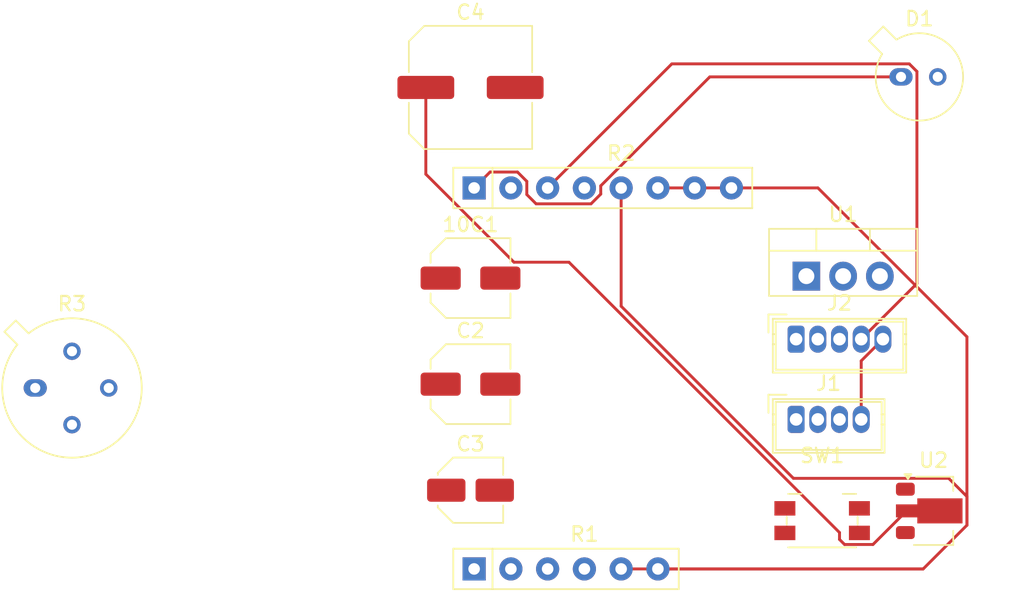
<source format=kicad_pcb>
(kicad_pcb (version 20240108) (generator "pcbnew") (generator_version "8.0")
  (layers (0 "F.Cu" signal) (31 "B.Cu" signal) (34 "B.Paste" user) (35 "F.Paste" user) (36 "B.SilkS" user "B.Silkscreen") (37 "F.SilkS" user "F.Silkscreen") (38 "B.Mask" user) (39 "F.Mask" user) (44 "Edge.Cuts" user))
  (net 0 "")
  (net 1 "GND")
  (net 2 "Net-(SW1-B)")
  (net 3 "Net-(U1-VO)")
  (net 4 "Net-(U2-VO)")
  (net 6 "Net-(SW1-A)")
  (net 9 "Net-(U2-ADJ)")
  (net 13 "Net-(D1-A)")
  (net 14 "Net-(D1-K)")
  (footprint "Capacitor_SMD:C_Elec_5x5.8" (layer "F.Cu") (at 142.5 95.235)
    (property "Reference" "C2" (at 0 -3.7 0) (layer "F.SilkS"))
    (property "Value" "C")
    (fp_line (start -2.76 -1.695563) (end -2.76 -1.06) (stroke (width 0.12)) (layer "F.SilkS"))
    (fp_line (start -2.76 -1.695563) (end -1.695563 -2.76) (stroke (width 0.12)) (layer "F.SilkS"))
    (fp_line (start -2.76 1.695563) (end -2.76 1.06) (stroke (width 0.12)) (layer "F.SilkS"))
    (fp_line (start -2.76 1.695563) (end -1.695563 2.76) (stroke (width 0.12)) (layer "F.SilkS"))
    (fp_line (start -1.695563 -2.76) (end 2.76 -2.76) (stroke (width 0.12)) (layer "F.SilkS"))
    (fp_line (start -1.695563 2.76) (end 2.76 2.76) (stroke (width 0.12)) (layer "F.SilkS"))
    (fp_line (start 2.76 -2.76) (end 2.76 -1.06) (stroke (width 0.12)) (layer "F.SilkS"))
    (fp_line (start 2.76 2.76) (end 2.76 1.06) (stroke (width 0.12)) (layer "F.SilkS"))
    (pad "1" smd roundrect (at -2.0625 0) (size 2.775 1.6) (layers "F.Cu" "F.Paste" "F.Mask") (roundrect_rratio 0.15625) (net 3 "Net-(U1-VO)"))
    (pad "2" smd roundrect (at 2.0625 0) (size 2.775 1.6) (layers "F.Cu" "F.Paste" "F.Mask") (roundrect_rratio 0.15625) (net 1 "GND"))
  )
  (footprint "Capacitor_SMD:C_Elec_4x5.8" (layer "F.Cu") (at 142.5 102.57)
    (property "Reference" "C3" (at 0 -3.2 0) (layer "F.SilkS"))
    (property "Value" "C")
    (fp_line (start -2.26 -1.195563) (end -2.26 -1.06) (stroke (width 0.12)) (layer "F.SilkS"))
    (fp_line (start -2.26 -1.195563) (end -1.195563 -2.26) (stroke (width 0.12)) (layer "F.SilkS"))
    (fp_line (start -2.26 1.195563) (end -2.26 1.06) (stroke (width 0.12)) (layer "F.SilkS"))
    (fp_line (start -2.26 1.195563) (end -1.195563 2.26) (stroke (width 0.12)) (layer "F.SilkS"))
    (fp_line (start -1.195563 -2.26) (end 2.26 -2.26) (stroke (width 0.12)) (layer "F.SilkS"))
    (fp_line (start -1.195563 2.26) (end 2.26 2.26) (stroke (width 0.12)) (layer "F.SilkS"))
    (fp_line (start 2.26 -2.26) (end 2.26 -1.06) (stroke (width 0.12)) (layer "F.SilkS"))
    (fp_line (start 2.26 2.26) (end 2.26 1.06) (stroke (width 0.12)) (layer "F.SilkS"))
    (pad "1" smd roundrect (at -1.675 0) (size 2.65 1.6) (layers "F.Cu" "F.Paste" "F.Mask") (roundrect_rratio 0.15625) (net 2 "Net-(SW1-B)"))
    (pad "2" smd roundrect (at 1.675 0) (size 2.65 1.6) (layers "F.Cu" "F.Paste" "F.Mask") (roundrect_rratio 0.15625) (net 1 "GND"))
  )
  (footprint "Capacitor_SMD:C_Elec_5x5.4" (layer "F.Cu") (at 142.5 87.9)
    (property "Reference" "10C1" (at 0 -3.7 0) (layer "F.SilkS"))
    (property "Value" "C")
    (fp_line (start -2.76 -1.695563) (end -2.76 -1.06) (stroke (width 0.12)) (layer "F.SilkS"))
    (fp_line (start -2.76 -1.695563) (end -1.695563 -2.76) (stroke (width 0.12)) (layer "F.SilkS"))
    (fp_line (start -2.76 1.695563) (end -2.76 1.06) (stroke (width 0.12)) (layer "F.SilkS"))
    (fp_line (start -2.76 1.695563) (end -1.695563 2.76) (stroke (width 0.12)) (layer "F.SilkS"))
    (fp_line (start -1.695563 -2.76) (end 2.76 -2.76) (stroke (width 0.12)) (layer "F.SilkS"))
    (fp_line (start -1.695563 2.76) (end 2.76 2.76) (stroke (width 0.12)) (layer "F.SilkS"))
    (fp_line (start 2.76 -2.76) (end 2.76 -1.06) (stroke (width 0.12)) (layer "F.SilkS"))
    (fp_line (start 2.76 2.76) (end 2.76 1.06) (stroke (width 0.12)) (layer "F.SilkS"))
    (pad "1" smd roundrect (at -2.0625 0) (size 2.775 1.6) (layers "F.Cu" "F.Paste" "F.Mask") (roundrect_rratio 0.15625) (net 2 "Net-(SW1-B)"))
    (pad "2" smd roundrect (at 2.0625 0) (size 2.775 1.6) (layers "F.Cu" "F.Paste" "F.Mask") (roundrect_rratio 0.15625) (net 1 "GND"))
  )
  (footprint "Capacitor_SMD:C_Elec_8x6.2" (layer "F.Cu") (at 142.5 74.715)
    (property "Reference" "C4" (at 0 -5.2 0) (layer "F.SilkS"))
    (property "Value" "C")
    (fp_line (start -4.26 -3.195563) (end -4.26 -1.06) (stroke (width 0.12)) (layer "F.SilkS"))
    (fp_line (start -4.26 -3.195563) (end -3.195563 -4.26) (stroke (width 0.12)) (layer "F.SilkS"))
    (fp_line (start -4.26 3.195563) (end -4.26 1.06) (stroke (width 0.12)) (layer "F.SilkS"))
    (fp_line (start -4.26 3.195563) (end -3.195563 4.26) (stroke (width 0.12)) (layer "F.SilkS"))
    (fp_line (start -3.195563 -4.26) (end 4.26 -4.26) (stroke (width 0.12)) (layer "F.SilkS"))
    (fp_line (start -3.195563 4.26) (end 4.26 4.26) (stroke (width 0.12)) (layer "F.SilkS"))
    (fp_line (start 4.26 -4.26) (end 4.26 -1.06) (stroke (width 0.12)) (layer "F.SilkS"))
    (fp_line (start 4.26 4.26) (end 4.26 1.06) (stroke (width 0.12)) (layer "F.SilkS"))
    (pad "1" smd roundrect (at -3.0875 0) (size 3.925 1.6) (layers "F.Cu" "F.Paste" "F.Mask") (roundrect_rratio 0.15625) (net 4 "Net-(U2-VO)"))
    (pad "2" smd roundrect (at 3.0875 0) (size 3.925 1.6) (layers "F.Cu" "F.Paste" "F.Mask") (roundrect_rratio 0.15625) (net 1 "GND"))
  )
  (footprint "Resistor_THT:R_Array_SIP6" (layer "F.Cu") (at 142.75 108.015)
    (property "Reference" "R1" (at 7.62 -2.4 0) (layer "F.SilkS"))
    (property "Value" "R")
    (fp_line (start -1.44 -1.4) (end -1.44 1.4) (stroke (width 0.12)) (layer "F.SilkS"))
    (fp_line (start -1.44 1.4) (end 14.14 1.4) (stroke (width 0.12)) (layer "F.SilkS"))
    (fp_line (start 1.27 -1.4) (end 1.27 1.4) (stroke (width 0.12)) (layer "F.SilkS"))
    (fp_line (start 14.14 -1.4) (end -1.44 -1.4) (stroke (width 0.12)) (layer "F.SilkS"))
    (fp_line (start 14.14 1.4) (end 14.14 -1.4) (stroke (width 0.12)) (layer "F.SilkS"))
    (pad "1" thru_hole rect (at 0 0) (size 1.6 1.6) (drill 0.8) (layers "*.Cu" "*.Mask") (net 9 "Net-(U2-ADJ)"))
    (pad "2" thru_hole oval (at 2.54 0) (size 1.6 1.6) (drill 0.8) (layers "*.Cu" "*.Mask") (net 1 "GND"))
    (pad "3" thru_hole oval (at 5.08 0) (size 1.6 1.6) (drill 0.8) (layers "*.Cu" "*.Mask"))
    (pad "4" thru_hole oval (at 7.62 0) (size 1.6 1.6) (drill 0.8) (layers "*.Cu" "*.Mask"))
    (pad "5" thru_hole oval (at 10.16 0) (size 1.6 1.6) (drill 0.8) (layers "*.Cu" "*.Mask"))
    (pad "6" thru_hole oval (at 12.7 0) (size 1.6 1.6) (drill 0.8) (layers "*.Cu" "*.Mask"))
  )
  (footprint "Package_TO_SOT_THT:TO-18-2_Window" (layer "F.Cu") (at 172.249448 73.984448)
    (property "Reference" "D1" (at 1.27 -4.02 0) (layer "F.SilkS"))
    (property "Value" "SFH480")
    (fp_line (start -2.214448 -2.494499) (end -1.302281 -1.582331) (stroke (width 0.12)) (layer "F.SilkS"))
    (fp_line (start -1.224499 -3.484448) (end -2.214448 -2.494499) (stroke (width 0.12)) (layer "F.SilkS"))
    (fp_line (start -0.312331 -2.572281) (end -1.224499 -3.484448) (stroke (width 0.12)) (layer "F.SilkS"))
    (fp_arc (start -0.312331 -2.572281) (mid 3.405374 2.135551) (end -1.30215 -1.582544) (stroke (width 0.12)) (layer "F.SilkS"))
    (pad "1" thru_hole oval (at 0 0) (size 1.6 1.2) (drill 0.7) (layers "*.Cu" "*.Mask") (net 14 "Net-(D1-K)"))
    (pad "2" thru_hole oval (at 2.54 0) (size 1.2 1.2) (drill 0.7) (layers "*.Cu" "*.Mask") (net 13 "Net-(D1-A)"))
  )
  (footprint "Connector_Wuerth:Wuerth_WR-WTB_64800511622_1x05_P1.50mm_Vertical" (layer "F.Cu") (at 165 92.125)
    (property "Reference" "J2" (at 3 -2.5 0) (layer "F.SilkS"))
    (property "Value" "Conn_01x03_Pin")
    (fp_line (start -1.91 -1.71) (end -1.91 -0.46) (stroke (width 0.12)) (layer "F.SilkS"))
    (fp_line (start -1.61 -1.41) (end -1.61 2.31) (stroke (width 0.12)) (layer "F.SilkS"))
    (fp_line (start -1.61 -0.35) (end -1.41 -0.35) (stroke (width 0.12)) (layer "F.SilkS"))
    (fp_line (start -1.61 2.31) (end 7.61 2.31) (stroke (width 0.12)) (layer "F.SilkS"))
    (fp_line (start -1.41 -1.21) (end 7.41 -1.21) (stroke (width 0.12)) (layer "F.SilkS"))
    (fp_line (start -1.41 -0.35) (end -1.41 -1.21) (stroke (width 0.12)) (layer "F.SilkS"))
    (fp_line (start -1.41 -0.35) (end -1.41 0.35) (stroke (width 0.12)) (layer "F.SilkS"))
    (fp_line (start -1.41 0.35) (end -1.61 0.35) (stroke (width 0.12)) (layer "F.SilkS"))
    (fp_line (start -1.41 0.35) (end -1.41 2.11) (stroke (width 0.12)) (layer "F.SilkS"))
    (fp_line (start -1.41 2.11) (end 7.41 2.11) (stroke (width 0.12)) (layer "F.SilkS"))
    (fp_line (start -0.66 -1.71) (end -1.91 -1.71) (stroke (width 0.12)) (layer "F.SilkS"))
    (fp_line (start 7.41 -1.21) (end 7.41 -0.35) (stroke (width 0.12)) (layer "F.SilkS"))
    (fp_line (start 7.41 -0.35) (end 7.41 0.35) (stroke (width 0.12)) (layer "F.SilkS"))
    (fp_line (start 7.41 -0.35) (end 7.61 -0.35) (stroke (width 0.12)) (layer "F.SilkS"))
    (fp_line (start 7.41 0.35) (end 7.61 0.35) (stroke (width 0.12)) (layer "F.SilkS"))
    (fp_line (start 7.41 2.11) (end 7.41 0.35) (stroke (width 0.12)) (layer "F.SilkS"))
    (fp_line (start 7.61 -1.41) (end -1.61 -1.41) (stroke (width 0.12)) (layer "F.SilkS"))
    (fp_line (start 7.61 2.31) (end 7.61 -1.41) (stroke (width 0.12)) (layer "F.SilkS"))
    (pad "1" thru_hole roundrect (at 0 0) (size 1.17 1.87) (drill 0.87) (layers "*.Cu" "*.Mask") (roundrect_rratio 0.213675))
    (pad "2" thru_hole oval (at 1.5 0) (size 1.17 1.87) (drill 0.87) (layers "*.Cu" "*.Mask"))
    (pad "3" thru_hole oval (at 3 0) (size 1.17 1.87) (drill 0.87) (layers "*.Cu" "*.Mask") (net 13 "Net-(D1-A)"))
    (pad "4" thru_hole oval (at 4.5 0) (size 1.17 1.87) (drill 0.87) (layers "*.Cu" "*.Mask"))
    (pad "5" thru_hole oval (at 6 0) (size 1.17 1.87) (drill 0.87) (layers "*.Cu" "*.Mask"))
  )
  (footprint "Connector_Wuerth:Wuerth_WR-WTB_64800411622_1x04_P1.50mm_Vertical" (layer "F.Cu") (at 165 97.675)
    (property "Reference" "J1" (at 2.25 -2.5 0) (layer "F.SilkS"))
    (property "Value" "Barrel_Jack_Switch")
    (fp_line (start -1.91 -1.71) (end -1.91 -0.46) (stroke (width 0.12)) (layer "F.SilkS"))
    (fp_line (start -1.61 -1.41) (end -1.61 2.31) (stroke (width 0.12)) (layer "F.SilkS"))
    (fp_line (start -1.61 -0.35) (end -1.41 -0.35) (stroke (width 0.12)) (layer "F.SilkS"))
    (fp_line (start -1.61 2.31) (end 6.11 2.31) (stroke (width 0.12)) (layer "F.SilkS"))
    (fp_line (start -1.41 -1.21) (end 5.91 -1.21) (stroke (width 0.12)) (layer "F.SilkS"))
    (fp_line (start -1.41 -0.35) (end -1.41 -1.21) (stroke (width 0.12)) (layer "F.SilkS"))
    (fp_line (start -1.41 -0.35) (end -1.41 0.35) (stroke (width 0.12)) (layer "F.SilkS"))
    (fp_line (start -1.41 0.35) (end -1.61 0.35) (stroke (width 0.12)) (layer "F.SilkS"))
    (fp_line (start -1.41 0.35) (end -1.41 2.11) (stroke (width 0.12)) (layer "F.SilkS"))
    (fp_line (start -1.41 2.11) (end 5.91 2.11) (stroke (width 0.12)) (layer "F.SilkS"))
    (fp_line (start -0.66 -1.71) (end -1.91 -1.71) (stroke (width 0.12)) (layer "F.SilkS"))
    (fp_line (start 5.91 -1.21) (end 5.91 -0.35) (stroke (width 0.12)) (layer "F.SilkS"))
    (fp_line (start 5.91 -0.35) (end 5.91 0.35) (stroke (width 0.12)) (layer "F.SilkS"))
    (fp_line (start 5.91 -0.35) (end 6.11 -0.35) (stroke (width 0.12)) (layer "F.SilkS"))
    (fp_line (start 5.91 0.35) (end 6.11 0.35) (stroke (width 0.12)) (layer "F.SilkS"))
    (fp_line (start 5.91 2.11) (end 5.91 0.35) (stroke (width 0.12)) (layer "F.SilkS"))
    (fp_line (start 6.11 -1.41) (end -1.61 -1.41) (stroke (width 0.12)) (layer "F.SilkS"))
    (fp_line (start 6.11 2.31) (end 6.11 -1.41) (stroke (width 0.12)) (layer "F.SilkS"))
    (pad "1" thru_hole roundrect (at 0 0) (size 1.17 1.87) (drill 0.87) (layers "*.Cu" "*.Mask") (roundrect_rratio 0.213675) (net 6 "Net-(SW1-A)"))
    (pad "2" thru_hole oval (at 1.5 0) (size 1.17 1.87) (drill 0.87) (layers "*.Cu" "*.Mask") (net 1 "GND"))
    (pad "3" thru_hole oval (at 3 0) (size 1.17 1.87) (drill 0.87) (layers "*.Cu" "*.Mask"))
    (pad "4" thru_hole oval (at 4.5 0) (size 1.17 1.87) (drill 0.87) (layers "*.Cu" "*.Mask"))
  )
  (footprint "Package_TO_SOT_SMD:SOT-89-3" (layer "F.Cu") (at 174.5 104)
    (property "Reference" "U2" (at 0 -3.5 0) (layer "F.SilkS"))
    (property "Value" "LM317L_SOT-89")
    (fp_line (start -1.22 -2.36) (end 1.36 -2.36) (stroke (width 0.12)) (layer "F.SilkS"))
    (fp_line (start 1.36 -1.38) (end 1.36 -2.36) (stroke (width 0.12)) (layer "F.SilkS"))
    (fp_line (start 1.36 1.38) (end 1.36 2.36) (stroke (width 0.12)) (layer "F.SilkS"))
    (fp_line (start 1.36 2.36) (end -1.36 2.36) (stroke (width 0.12)) (layer "F.SilkS"))
    (fp_poly (pts (xy -1.77 -2.21) (xy -2.01 -2.54) (xy -1.53 -2.54) (xy -1.77 -2.21)) (stroke (width 0.12)) (fill solid) (layer "F.SilkS"))
    (pad "1" smd roundrect (at -1.95 -1.5) (size 1.3 0.9) (layers "F.Cu" "F.Paste" "F.Mask") (net 9 "Net-(U2-ADJ)"))
    (pad "2" smd custom (at -1.8625 0) (size 1.475 0.9) (layers "F.Cu" "F.Paste" "F.Mask") (net 4 "Net-(U2-VO)") (options (clearance outline) (anchor rect)) (primitives (gr_poly (pts (xy 3.8625 0.8665) (xy 0.7375 0.8665) (xy 0.7375 -0.8665) (xy 3.8625 -0.8665)) (width 0) (fill yes))))
    (pad "3" smd roundrect (at -1.95 1.5) (size 1.3 0.9) (layers "F.Cu" "F.Paste" "F.Mask") (net 2 "Net-(SW1-B)"))
  )
  (footprint "Resistor_THT:R_Array_SIP8" (layer "F.Cu") (at 142.75 81.665)
    (property "Reference" "R2" (at 10.16 -2.4 0) (layer "F.SilkS"))
    (property "Value" "R")
    (fp_line (start -1.44 -1.4) (end -1.44 1.4) (stroke (width 0.12)) (layer "F.SilkS"))
    (fp_line (start -1.44 1.4) (end 19.22 1.4) (stroke (width 0.12)) (layer "F.SilkS"))
    (fp_line (start 1.27 -1.4) (end 1.27 1.4) (stroke (width 0.12)) (layer "F.SilkS"))
    (fp_line (start 19.22 -1.4) (end -1.44 -1.4) (stroke (width 0.12)) (layer "F.SilkS"))
    (fp_line (start 19.22 1.4) (end 19.22 -1.4) (stroke (width 0.12)) (layer "F.SilkS"))
    (pad "1" thru_hole rect (at 0 0) (size 1.6 1.6) (drill 0.8) (layers "*.Cu" "*.Mask") (net 14 "Net-(D1-K)"))
    (pad "2" thru_hole oval (at 2.54 0) (size 1.6 1.6) (drill 0.8) (layers "*.Cu" "*.Mask"))
    (pad "3" thru_hole oval (at 5.08 0) (size 1.6 1.6) (drill 0.8) (layers "*.Cu" "*.Mask"))
    (pad "4" thru_hole oval (at 7.62 0) (size 1.6 1.6) (drill 0.8) (layers "*.Cu" "*.Mask"))
    (pad "5" thru_hole oval (at 10.16 0) (size 1.6 1.6) (drill 0.8) (layers "*.Cu" "*.Mask"))
    (pad "6" thru_hole oval (at 12.7 0) (size 1.6 1.6) (drill 0.8) (layers "*.Cu" "*.Mask"))
    (pad "7" thru_hole oval (at 15.24 0) (size 1.6 1.6) (drill 0.8) (layers "*.Cu" "*.Mask"))
    (pad "8" thru_hole oval (at 17.78 0) (size 1.6 1.6) (drill 0.8) (layers "*.Cu" "*.Mask"))
  )
  (footprint "Button_Switch_SMD:Panasonic_EVQPUK_EVQPUB" (layer "F.Cu") (at 166.8 104.675)
    (property "Reference" "SW1" (at 0 -4.5 0) (layer "F.SilkS"))
    (property "Value" "SW_SPST")
    (fp_line (start -2.45 0.275) (end -2.45 -0.275) (stroke (width 0.12)) (layer "F.SilkS"))
    (fp_line (start -1.425 -1.85) (end -2.35 -1.85) (stroke (width 0.12)) (layer "F.SilkS"))
    (fp_line (start 2.35 -1.85) (end 1.425 -1.85) (stroke (width 0.12)) (layer "F.SilkS"))
    (fp_line (start 2.35 1.85) (end -2.35 1.85) (stroke (width 0.12)) (layer "F.SilkS"))
    (fp_line (start 2.45 0.275) (end 2.45 -0.275) (stroke (width 0.12)) (layer "F.SilkS"))
    (pad "1" smd rect (at -2.575 -0.85 180) (size 1.45 1) (layers "F.Cu" "F.Paste" "F.Mask") (net 6 "Net-(SW1-A)"))
    (pad "1" smd rect (at 2.575 -0.85 180) (size 1.45 1) (layers "F.Cu" "F.Paste" "F.Mask") (net 6 "Net-(SW1-A)"))
    (pad "2" smd rect (at -2.575 0.85 180) (size 1.45 1) (layers "F.Cu" "F.Paste" "F.Mask") (net 2 "Net-(SW1-B)"))
    (pad "2" smd rect (at 2.575 0.85 180) (size 1.45 1) (layers "F.Cu" "F.Paste" "F.Mask") (net 2 "Net-(SW1-B)"))
  )
  (footprint "Package_TO_SOT_THT:TO-12-4" (layer "F.Cu") (at 112.42 95.5)
    (property "Reference" "R3" (at 2.54 -5.82 0) (layer "F.SilkS"))
    (property "Value" "R")
    (fp_line (start -2.125856 -3.888039) (end -1.234902 -2.997084) (stroke (width 0.12)) (layer "F.SilkS"))
    (fp_line (start -1.348039 -4.665856) (end -2.125856 -3.888039) (stroke (width 0.12)) (layer "F.SilkS"))
    (fp_line (start -0.457084 -3.774902) (end -1.348039 -4.665856) (stroke (width 0.12)) (layer "F.SilkS"))
    (fp_arc (start -0.457084 -3.774902) (mid 5.948125 3.408384) (end -1.234674 -2.997371) (stroke (width 0.12)) (layer "F.SilkS"))
    (pad "1" thru_hole oval (at 0 0) (size 1.6 1.2) (drill 0.7) (layers "*.Cu" "*.Mask"))
    (pad "2" thru_hole oval (at 2.54 2.54) (size 1.2 1.2) (drill 0.7) (layers "*.Cu" "*.Mask"))
    (pad "3" thru_hole oval (at 5.08 0) (size 1.2 1.2) (drill 0.7) (layers "*.Cu" "*.Mask"))
    (pad "4" thru_hole oval (at 2.54 -2.54) (size 1.2 1.2) (drill 0.7) (layers "*.Cu" "*.Mask"))
  )
  (footprint "Package_TO_SOT_THT:TO-220-3_Vertical" (layer "F.Cu") (at 165.71 87.765)
    (property "Reference" "U1" (at 2.54 -4.27 0) (layer "F.SilkS"))
    (property "Value" "LM7805_TO220")
    (fp_line (start -2.58 -3.27) (end -2.58 1.371) (stroke (width 0.12)) (layer "F.SilkS"))
    (fp_line (start -2.58 -3.27) (end 7.66 -3.27) (stroke (width 0.12)) (layer "F.SilkS"))
    (fp_line (start -2.58 -1.76) (end 7.66 -1.76) (stroke (width 0.12)) (layer "F.SilkS"))
    (fp_line (start -2.58 1.371) (end 7.66 1.371) (stroke (width 0.12)) (layer "F.SilkS"))
    (fp_line (start 0.69 -3.27) (end 0.69 -1.76) (stroke (width 0.12)) (layer "F.SilkS"))
    (fp_line (start 4.391 -3.27) (end 4.391 -1.76) (stroke (width 0.12)) (layer "F.SilkS"))
    (fp_line (start 7.66 -3.27) (end 7.66 1.371) (stroke (width 0.12)) (layer "F.SilkS"))
    (pad "1" thru_hole rect (at 0 0) (size 1.905 2) (drill 1.1) (layers "*.Cu" "*.Mask") (net 2 "Net-(SW1-B)"))
    (pad "2" thru_hole oval (at 2.54 0) (size 1.905 2) (drill 1.1) (layers "*.Cu" "*.Mask") (net 1 "GND"))
    (pad "3" thru_hole oval (at 5.08 0) (size 1.905 2) (drill 1.1) (layers "*.Cu" "*.Mask") (net 3 "Net-(U1-VO)"))
  )
  (segment (start 175.547836 101.75) (end 176.805 103.007164) (width 0.2) (layer "F.Cu") (net 0))
  (segment (start 152.91 81.665) (end 152.91 89.844314) (width 0.2) (layer "F.Cu") (net 0))
  (segment (start 176.805 91.961198) (end 176.805 104.992836) (width 0.2) (layer "F.Cu") (net 0))
  (segment (start 169.5 93.625) (end 171 92.125) (width 0.2) (layer "F.Cu") (net 0))
  (segment (start 172.82224 73.084448) (end 173.349448 73.611656) (width 0.2) (layer "F.Cu") (net 0))
  (segment (start 176.805 104.992836) (end 173.782836 108.015) (width 0.2) (layer "F.Cu") (net 0))
  (segment (start 156.410552 73.084448) (end 172.82224 73.084448) (width 0.2) (layer "F.Cu") (net 0))
  (segment (start 173.349448 73.611656) (end 173.349448 88.275552) (width 0.2) (layer "F.Cu") (net 0))
  (segment (start 164.815686 101.75) (end 175.547836 101.75) (width 0.2) (layer "F.Cu") (net 0))
  (segment (start 173.782836 108.015) (end 152.91 108.015) (width 0.2) (layer "F.Cu") (net 0))
  (segment (start 173.349448 88.275552) (end 169.5 92.125) (width 0.2) (layer "F.Cu") (net 0))
  (segment (start 169.5 97.675) (end 169.5 93.625) (width 0.2) (layer "F.Cu") (net 0))
  (segment (start 173.782836 108.015) (end 155.45 108.015) (width 0.2) (layer "F.Cu") (net 0))
  (segment (start 176.805 103.007164) (end 176.805 104.992836) (width 0.2) (layer "F.Cu") (net 0))
  (segment (start 166.508802 81.665) (end 176.805 91.961198) (width 0.2) (layer "F.Cu") (net 0))
  (segment (start 147.83 81.665) (end 156.410552 73.084448) (width 0.2) (layer "F.Cu") (net 0))
  (segment (start 152.91 89.844314) (end 164.815686 101.75) (width 0.2) (layer "F.Cu") (net 0))
  (segment (start 155.45 81.665) (end 166.508802 81.665) (width 0.2) (layer "F.Cu") (net 0))
  (segment (start 139.4125 74.715) (end 139.4125 80.7125) (width 0.2) (layer "F.Cu") (net 4))
  (segment (start 145.5 86.8) (end 149.3 86.8) (width 0.2) (layer "F.Cu") (net 4))
  (segment (start 168 105.975) (end 168.35 106.325) (width 0.2) (layer "F.Cu") (net 4))
  (segment (start 168.35 106.325) (end 170.3125 106.325) (width 0.2) (layer "F.Cu") (net 4))
  (segment (start 170.3125 106.325) (end 172.6375 104) (width 0.2) (layer "F.Cu") (net 4))
  (segment (start 168 105.5) (end 168 105.975) (width 0.2) (layer "F.Cu") (net 4))
  (segment (start 139.4125 80.7125) (end 145.5 86.8) (width 0.2) (layer "F.Cu") (net 4))
  (segment (start 149.3 86.8) (end 168 105.5) (width 0.2) (layer "F.Cu") (net 4))
  (segment (start 151.5 81.519365) (end 151.5 82.090635) (width 0.2) (layer "F.Cu") (net 14))
  (segment (start 172.249448 73.984448) (end 159.034917 73.984448) (width 0.2) (layer "F.Cu") (net 14))
  (segment (start 151.5 82.090635) (end 150.825635 82.765) (width 0.2) (layer "F.Cu") (net 14))
  (segment (start 150.825635 82.765) (end 147.034365 82.765) (width 0.2) (layer "F.Cu") (net 14))
  (segment (start 146.39 81.209365) (end 145.745635 80.565) (width 0.2) (layer "F.Cu") (net 14))
  (segment (start 143.85 80.565) (end 142.75 81.665) (width 0.2) (layer "F.Cu") (net 14))
  (segment (start 147.034365 82.765) (end 146.39 82.120635) (width 0.2) (layer "F.Cu") (net 14))
  (segment (start 145.745635 80.565) (end 143.85 80.565) (width 0.2) (layer "F.Cu") (net 14))
  (segment (start 159.034917 73.984448) (end 151.5 81.519365) (width 0.2) (layer "F.Cu") (net 14))
  (segment (start 146.39 82.120635) (end 146.39 81.209365) (width 0.2) (layer "F.Cu") (net 14))
)
</source>
